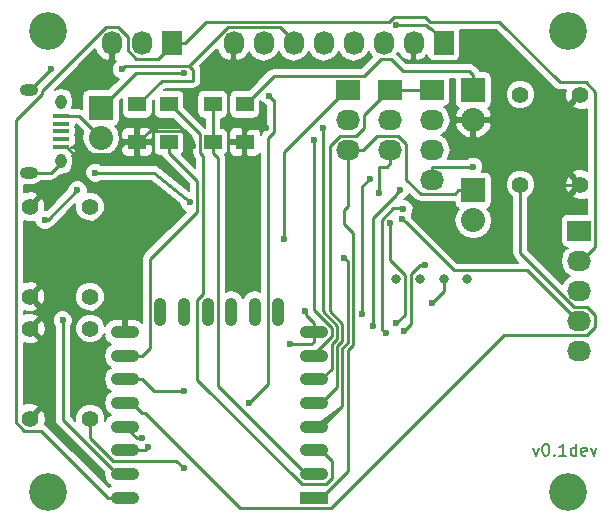
<source format=gtl>
G04 #@! TF.FileFunction,Copper,L1,Top,Signal*
%FSLAX46Y46*%
G04 Gerber Fmt 4.6, Leading zero omitted, Abs format (unit mm)*
G04 Created by KiCad (PCBNEW 4.0.3-1.fc24-product) date Tue Nov  1 15:00:33 2016*
%MOMM*%
%LPD*%
G01*
G04 APERTURE LIST*
%ADD10C,0.100000*%
%ADD11C,0.200000*%
%ADD12R,2.032000X2.032000*%
%ADD13O,2.032000X2.032000*%
%ADD14R,1.350000X0.400000*%
%ADD15O,0.950000X1.250000*%
%ADD16O,1.550000X1.000000*%
%ADD17R,1.727200X2.032000*%
%ADD18O,1.727200X2.032000*%
%ADD19R,2.032000X1.727200*%
%ADD20O,2.032000X1.727200*%
%ADD21R,1.500000X1.300000*%
%ADD22C,1.397000*%
%ADD23O,1.100000X2.400000*%
%ADD24R,2.400000X1.100000*%
%ADD25O,2.400000X1.100000*%
%ADD26C,0.800000*%
%ADD27C,3.200000*%
%ADD28C,0.600000*%
%ADD29C,0.250000*%
G04 APERTURE END LIST*
D10*
D11*
X83559524Y-69285714D02*
X83797619Y-69952381D01*
X84035715Y-69285714D01*
X84607143Y-68952381D02*
X84702382Y-68952381D01*
X84797620Y-69000000D01*
X84845239Y-69047619D01*
X84892858Y-69142857D01*
X84940477Y-69333333D01*
X84940477Y-69571429D01*
X84892858Y-69761905D01*
X84845239Y-69857143D01*
X84797620Y-69904762D01*
X84702382Y-69952381D01*
X84607143Y-69952381D01*
X84511905Y-69904762D01*
X84464286Y-69857143D01*
X84416667Y-69761905D01*
X84369048Y-69571429D01*
X84369048Y-69333333D01*
X84416667Y-69142857D01*
X84464286Y-69047619D01*
X84511905Y-69000000D01*
X84607143Y-68952381D01*
X85369048Y-69857143D02*
X85416667Y-69904762D01*
X85369048Y-69952381D01*
X85321429Y-69904762D01*
X85369048Y-69857143D01*
X85369048Y-69952381D01*
X86369048Y-69952381D02*
X85797619Y-69952381D01*
X86083333Y-69952381D02*
X86083333Y-68952381D01*
X85988095Y-69095238D01*
X85892857Y-69190476D01*
X85797619Y-69238095D01*
X87226191Y-69952381D02*
X87226191Y-68952381D01*
X87226191Y-69904762D02*
X87130953Y-69952381D01*
X86940476Y-69952381D01*
X86845238Y-69904762D01*
X86797619Y-69857143D01*
X86750000Y-69761905D01*
X86750000Y-69476190D01*
X86797619Y-69380952D01*
X86845238Y-69333333D01*
X86940476Y-69285714D01*
X87130953Y-69285714D01*
X87226191Y-69333333D01*
X88083334Y-69904762D02*
X87988096Y-69952381D01*
X87797619Y-69952381D01*
X87702381Y-69904762D01*
X87654762Y-69809524D01*
X87654762Y-69428571D01*
X87702381Y-69333333D01*
X87797619Y-69285714D01*
X87988096Y-69285714D01*
X88083334Y-69333333D01*
X88130953Y-69428571D01*
X88130953Y-69523810D01*
X87654762Y-69619048D01*
X88464286Y-69285714D02*
X88702381Y-69952381D01*
X88940477Y-69285714D01*
D12*
X78500000Y-39000000D03*
D13*
X78500000Y-41540000D03*
D14*
X43600000Y-41199100D03*
X43600000Y-41849100D03*
X43600000Y-42499100D03*
X43600000Y-43149100D03*
X43600000Y-43799100D03*
D15*
X43600000Y-39999100D03*
X43600000Y-44999100D03*
D16*
X40900000Y-38999100D03*
X40900000Y-45999100D03*
D17*
X76000000Y-35000000D03*
D18*
X73460000Y-35000000D03*
X70920000Y-35000000D03*
X68380000Y-35000000D03*
X65840000Y-35000000D03*
X63300000Y-35000000D03*
X60760000Y-35000000D03*
X58220000Y-35000000D03*
D19*
X67900000Y-39000000D03*
D20*
X67900000Y-41540000D03*
X67900000Y-44080000D03*
D17*
X53000000Y-35000000D03*
D18*
X50460000Y-35000000D03*
X47920000Y-35000000D03*
D19*
X71500000Y-39000000D03*
D20*
X71500000Y-41540000D03*
X71500000Y-44080000D03*
D19*
X87500000Y-50920000D03*
D20*
X87500000Y-53460000D03*
X87500000Y-56000000D03*
X87500000Y-58540000D03*
X87500000Y-61080000D03*
D21*
X59150000Y-40200000D03*
X56450000Y-40200000D03*
X56450000Y-43400000D03*
X59150000Y-43400000D03*
X52750000Y-40200000D03*
X50050000Y-40200000D03*
X52750000Y-43400000D03*
X50050000Y-43400000D03*
D22*
X82500000Y-39380000D03*
X87580000Y-39380000D03*
X82500000Y-47000000D03*
X87580000Y-47000000D03*
X46040000Y-56500000D03*
X40960000Y-56500000D03*
X46040000Y-48880000D03*
X40960000Y-48880000D03*
X46080000Y-66810000D03*
X41000000Y-66810000D03*
X46080000Y-59190000D03*
X41000000Y-59190000D03*
D23*
X62010000Y-57750000D03*
X60010000Y-57750000D03*
X58010000Y-57750000D03*
X56010000Y-57750000D03*
X54010000Y-57750000D03*
X52010000Y-57750000D03*
D24*
X65000000Y-73500000D03*
D25*
X65000000Y-71500000D03*
X65000000Y-69500000D03*
X65000000Y-67500000D03*
X65000000Y-65500000D03*
X65000000Y-63500000D03*
X65000000Y-61500000D03*
X65000000Y-59500000D03*
X49000000Y-59500000D03*
X49000000Y-61500000D03*
X49000000Y-63500000D03*
X49000000Y-65500000D03*
X49000000Y-67500000D03*
X49000000Y-69500000D03*
X49000000Y-71500000D03*
X49000000Y-73500000D03*
D19*
X75000000Y-39000000D03*
D20*
X75000000Y-41540000D03*
X75000000Y-44080000D03*
X75000000Y-46620000D03*
D12*
X78500000Y-47500000D03*
D13*
X78500000Y-50040000D03*
D12*
X47000000Y-40500000D03*
D13*
X47000000Y-43040000D03*
D26*
X78000000Y-55000000D03*
X76000000Y-55000000D03*
X74000000Y-55000000D03*
X72000000Y-55000000D03*
D27*
X86500000Y-34000000D03*
X86500000Y-73000000D03*
X42500000Y-73000000D03*
X42500000Y-34000000D03*
D28*
X48750000Y-37250000D03*
X42250000Y-50000000D03*
X45000000Y-47500000D03*
X64300000Y-57725000D03*
X63000000Y-60500000D03*
X58925000Y-51225000D03*
X83000000Y-43750000D03*
X61000000Y-42250000D03*
X54749971Y-43750000D03*
X72499024Y-49900722D03*
X46500000Y-46000000D03*
X54500000Y-48500000D03*
X42750000Y-37250000D03*
X72000000Y-33500000D03*
X69075031Y-58000000D03*
X69724978Y-46500000D03*
X65750000Y-42250000D03*
X65000000Y-43250000D03*
X61250000Y-39500000D03*
X59500000Y-65500000D03*
X62500000Y-51625010D03*
X43750000Y-58500000D03*
X75000000Y-57000000D03*
X70500000Y-47750000D03*
X71500000Y-50250000D03*
X72000000Y-58750000D03*
X72268705Y-47499989D03*
X70000000Y-59000000D03*
X72599762Y-49107078D03*
X71085551Y-59585551D03*
X74387855Y-53825021D03*
X72625010Y-59403500D03*
X78500000Y-45500000D03*
X54000000Y-71000000D03*
X54000000Y-64500000D03*
X50500000Y-68500000D03*
X51000000Y-69250000D03*
X67566955Y-53183045D03*
X54013593Y-37575011D03*
D29*
X54799988Y-38200012D02*
X54799988Y-37313338D01*
X54799988Y-37313338D02*
X54436651Y-36950001D01*
X50050000Y-40200000D02*
X50150000Y-40200000D01*
X50150000Y-40200000D02*
X52149988Y-38200012D01*
X52149988Y-38200012D02*
X54799988Y-38200012D01*
X49049999Y-36950001D02*
X54436651Y-36950001D01*
X63300000Y-34847600D02*
X63300000Y-35000000D01*
X48750000Y-37250000D02*
X49049999Y-36950001D01*
X54436651Y-36950001D02*
X57727662Y-33658990D01*
X57727662Y-33658990D02*
X62111390Y-33658990D01*
X62111390Y-33658990D02*
X63300000Y-34847600D01*
X45000000Y-47500000D02*
X42500000Y-50000000D01*
X42500000Y-50000000D02*
X42250000Y-50000000D01*
X65000000Y-58700000D02*
X64374990Y-58074990D01*
X65000000Y-59500000D02*
X65000000Y-58700000D01*
X64374990Y-58074990D02*
X64300000Y-57725000D01*
X63000000Y-60500000D02*
X64800000Y-60500000D01*
X64800000Y-60500000D02*
X65000000Y-60300000D01*
X65000000Y-60300000D02*
X65000000Y-59500000D01*
X83000000Y-43750000D02*
X86250000Y-47000000D01*
X86250000Y-47000000D02*
X87580000Y-47000000D01*
X87347600Y-56000000D02*
X87500000Y-56000000D01*
X61000000Y-42250000D02*
X59400000Y-42250000D01*
X59400000Y-42250000D02*
X59150000Y-42500000D01*
X59150000Y-42500000D02*
X59150000Y-43400000D01*
X54749971Y-43750000D02*
X54749971Y-43325736D01*
X54749971Y-43325736D02*
X53849234Y-42424999D01*
X53849234Y-42424999D02*
X51125001Y-42424999D01*
X51125001Y-42424999D02*
X50150000Y-43400000D01*
X50150000Y-43400000D02*
X50050000Y-43400000D01*
X43600000Y-43799100D02*
X44075000Y-43799100D01*
X44075000Y-43799100D02*
X44656901Y-44381001D01*
X44656901Y-44381001D02*
X48068999Y-44381001D01*
X48068999Y-44381001D02*
X49050000Y-43400000D01*
X49050000Y-43400000D02*
X50050000Y-43400000D01*
X47000000Y-43040000D02*
X45159100Y-41199100D01*
X45159100Y-41199100D02*
X43600000Y-41199100D01*
X72799023Y-50200721D02*
X72499024Y-49900722D01*
X76873301Y-54274999D02*
X72799023Y-50200721D01*
X87500000Y-58540000D02*
X87347600Y-58540000D01*
X83082599Y-54274999D02*
X76873301Y-54274999D01*
X87347600Y-58540000D02*
X83082599Y-54274999D01*
X54500000Y-48500000D02*
X51500000Y-46000000D01*
X51500000Y-46000000D02*
X46500000Y-46000000D01*
X46290000Y-42790000D02*
X47000000Y-43040000D01*
X78500000Y-37734000D02*
X78500000Y-39000000D01*
X78127388Y-37361388D02*
X78500000Y-37734000D01*
X71550002Y-36374998D02*
X72536392Y-37361388D01*
X61638601Y-37811399D02*
X69263597Y-37811399D01*
X70699998Y-36374998D02*
X71550002Y-36374998D01*
X69263597Y-37811399D02*
X70699998Y-36374998D01*
X59150000Y-40200000D02*
X59250000Y-40200000D01*
X72536392Y-37361388D02*
X78127388Y-37361388D01*
X59250000Y-40200000D02*
X61638601Y-37811399D01*
X42750000Y-37250000D02*
X41000900Y-38999100D01*
X41000900Y-38999100D02*
X40900000Y-38999100D01*
X40900000Y-45999100D02*
X42750000Y-45999100D01*
X42750000Y-45999100D02*
X43600000Y-45149100D01*
X43600000Y-45149100D02*
X43600000Y-44999100D01*
X72000000Y-33500000D02*
X74500000Y-33500000D01*
X74500000Y-33500000D02*
X74734000Y-33734000D01*
X74734000Y-33734000D02*
X74886400Y-33734000D01*
X76000000Y-34847600D02*
X76000000Y-35000000D01*
X74886400Y-33734000D02*
X76000000Y-34847600D01*
X67900000Y-41540000D02*
X68052400Y-41540000D01*
X69075031Y-47149947D02*
X69075031Y-58000000D01*
X69724978Y-46500000D02*
X69075031Y-47149947D01*
X65750000Y-57726138D02*
X65750000Y-42674264D01*
X66975021Y-60048841D02*
X66975021Y-58951159D01*
X65000000Y-63500000D02*
X65650000Y-63500000D01*
X66525008Y-62624992D02*
X66525008Y-60498853D01*
X66525008Y-60498853D02*
X66975021Y-60048841D01*
X65650000Y-63500000D02*
X66525008Y-62624992D01*
X66975021Y-58951159D02*
X65750000Y-57726138D01*
X65750000Y-42674264D02*
X65750000Y-42250000D01*
X66525010Y-59137559D02*
X65000000Y-57612549D01*
X66525010Y-59862441D02*
X66525010Y-59137559D01*
X65000000Y-43674264D02*
X65000000Y-43250000D01*
X65000000Y-57612549D02*
X65000000Y-43674264D01*
X65000000Y-61387451D02*
X66525010Y-59862441D01*
X65000000Y-61500000D02*
X65000000Y-61387451D01*
X61549999Y-39799999D02*
X61250000Y-39500000D01*
X61625001Y-39875001D02*
X61549999Y-39799999D01*
X61625001Y-42550001D02*
X61625001Y-39875001D01*
X61134990Y-43040012D02*
X61625001Y-42550001D01*
X61134990Y-63865010D02*
X61134990Y-43040012D01*
X59500000Y-65500000D02*
X61134990Y-63865010D01*
X62500000Y-44247600D02*
X62500000Y-51200746D01*
X67900000Y-39000000D02*
X67747600Y-39000000D01*
X62500000Y-51200746D02*
X62500000Y-51625010D01*
X67747600Y-39000000D02*
X62500000Y-44247600D01*
X68325054Y-60608041D02*
X68325054Y-51097875D01*
X67599980Y-49127199D02*
X67900000Y-48827179D01*
X67900000Y-61033094D02*
X68325054Y-60608041D01*
X68325054Y-51097875D02*
X67599980Y-50372801D01*
X65650000Y-73500000D02*
X67900000Y-71250000D01*
X65000000Y-73500000D02*
X65650000Y-73500000D01*
X67599980Y-50372801D02*
X67599980Y-49127199D01*
X67900000Y-71250000D02*
X67900000Y-61033094D01*
X67900000Y-45193600D02*
X67900000Y-44080000D01*
X67900000Y-48827179D02*
X67900000Y-45193600D01*
X72144738Y-42891390D02*
X70354610Y-42891390D01*
X72841010Y-43587662D02*
X72144738Y-42891390D01*
X76925390Y-47808610D02*
X74072218Y-47808610D01*
X70354610Y-42891390D02*
X69166000Y-44080000D01*
X77234000Y-47500000D02*
X76925390Y-47808610D01*
X78500000Y-47500000D02*
X77234000Y-47500000D01*
X69166000Y-44080000D02*
X67900000Y-44080000D01*
X74072218Y-47808610D02*
X72841010Y-46577402D01*
X72841010Y-46577402D02*
X72841010Y-43587662D01*
X88071281Y-38356499D02*
X88841001Y-39126219D01*
X88841001Y-39126219D02*
X88841001Y-52271399D01*
X88841001Y-52271399D02*
X87652400Y-53460000D01*
X87652400Y-53460000D02*
X87500000Y-53460000D01*
X85856499Y-38356499D02*
X88071281Y-38356499D01*
X71775007Y-32799991D02*
X74436402Y-32799991D01*
X74436402Y-32799991D02*
X74845392Y-33208981D01*
X74845392Y-33208981D02*
X80708981Y-33208981D01*
X80708981Y-33208981D02*
X85856499Y-38356499D01*
X53000000Y-35000000D02*
X54113600Y-35000000D01*
X54113600Y-35000000D02*
X55904619Y-33208981D01*
X55904619Y-33208981D02*
X71366017Y-33208981D01*
X71366017Y-33208981D02*
X71775007Y-32799991D01*
X49000000Y-73500000D02*
X47550000Y-73500000D01*
X42000010Y-39340830D02*
X42000010Y-39086642D01*
X49967662Y-36341010D02*
X51811390Y-36341010D01*
X47550000Y-73500000D02*
X41883501Y-67833501D01*
X39799990Y-67124772D02*
X39799990Y-41540850D01*
X41883501Y-67833501D02*
X40508719Y-67833501D01*
X47427662Y-33658990D02*
X48412338Y-33658990D01*
X49271390Y-34518042D02*
X49271390Y-35644738D01*
X40508719Y-67833501D02*
X39799990Y-67124772D01*
X42000010Y-39086642D02*
X47427662Y-33658990D01*
X39799990Y-41540850D02*
X42000010Y-39340830D01*
X48412338Y-33658990D02*
X49271390Y-34518042D01*
X49271390Y-35644738D02*
X49967662Y-36341010D01*
X51811390Y-36341010D02*
X53000000Y-35152400D01*
X53000000Y-35152400D02*
X53000000Y-35000000D01*
X49000000Y-71500000D02*
X48350000Y-71500000D01*
X48350000Y-71500000D02*
X43750000Y-66900000D01*
X43750000Y-66900000D02*
X43750000Y-58500000D01*
X67425032Y-60235241D02*
X67425032Y-58764759D01*
X68544738Y-42891390D02*
X69241010Y-42195118D01*
X67425032Y-58764759D02*
X66374999Y-57714726D01*
X66975019Y-60685253D02*
X67425032Y-60235241D01*
X69241010Y-41106590D02*
X71347600Y-39000000D01*
X65650000Y-65500000D02*
X66975019Y-64174981D01*
X66975019Y-64174981D02*
X66975019Y-60685253D01*
X66374999Y-57714726D02*
X66374999Y-43771653D01*
X69241010Y-42195118D02*
X69241010Y-41106590D01*
X67255262Y-42891390D02*
X68544738Y-42891390D01*
X66374999Y-43771653D02*
X67255262Y-42891390D01*
X71347600Y-39000000D02*
X71500000Y-39000000D01*
X65000000Y-65500000D02*
X65650000Y-65500000D01*
X71500000Y-39000000D02*
X75000000Y-39000000D01*
X76000000Y-55000000D02*
X76000000Y-56000000D01*
X76000000Y-56000000D02*
X75000000Y-57000000D01*
X70500000Y-45500000D02*
X71193600Y-45500000D01*
X71193600Y-45500000D02*
X71500000Y-45193600D01*
X71500000Y-45193600D02*
X71500000Y-44080000D01*
X70500000Y-47750000D02*
X70500000Y-45500000D01*
X71500000Y-53426998D02*
X71500000Y-50250000D01*
X72725001Y-58024999D02*
X72725001Y-54651999D01*
X72000000Y-58750000D02*
X72725001Y-58024999D01*
X72725001Y-54651999D02*
X71500000Y-53426998D01*
X56450000Y-43400000D02*
X56450000Y-42500000D01*
X56450000Y-42500000D02*
X56450000Y-40200000D01*
X65000000Y-71500000D02*
X64350000Y-71500000D01*
X64350000Y-71500000D02*
X56885010Y-64035010D01*
X56885010Y-64035010D02*
X56885010Y-44735010D01*
X56450000Y-44300000D02*
X56450000Y-43400000D01*
X56885010Y-44735010D02*
X56450000Y-44300000D01*
X71968706Y-47842707D02*
X71968706Y-47799988D01*
X70000000Y-49811413D02*
X71968706Y-47842707D01*
X71968706Y-47799988D02*
X72268705Y-47499989D01*
X70000000Y-59000000D02*
X70000000Y-49811413D01*
X71750000Y-48999989D02*
X72492673Y-48999989D01*
X72492673Y-48999989D02*
X72599762Y-49107078D01*
X70785552Y-59285552D02*
X70785552Y-49964437D01*
X71085551Y-59585551D02*
X70785552Y-59285552D01*
X70785552Y-49964437D02*
X71750000Y-48999989D01*
X73963591Y-53825021D02*
X74387855Y-53825021D01*
X72625010Y-59403500D02*
X73250000Y-58778510D01*
X73250000Y-58778510D02*
X73250000Y-54538612D01*
X73250000Y-54538612D02*
X73963591Y-53825021D01*
X78500000Y-45500000D02*
X75006400Y-45500000D01*
X75006400Y-45500000D02*
X75000000Y-45506400D01*
X75000000Y-45506400D02*
X75000000Y-46620000D01*
X82500000Y-52833348D02*
X82500000Y-47987828D01*
X88841010Y-58047662D02*
X88144738Y-57351390D01*
X81106392Y-59728610D02*
X88144738Y-59728610D01*
X88144738Y-57351390D02*
X87018042Y-57351390D01*
X66460001Y-74375001D02*
X81106392Y-59728610D01*
X58800003Y-74375001D02*
X66460001Y-74375001D01*
X88144738Y-59728610D02*
X88841010Y-59032338D01*
X50725002Y-66300000D02*
X58800003Y-74375001D01*
X49650000Y-65500000D02*
X50450000Y-66300000D01*
X87018042Y-57351390D02*
X82500000Y-52833348D01*
X88841010Y-59032338D02*
X88841010Y-58047662D01*
X50450000Y-66300000D02*
X50725002Y-66300000D01*
X82500000Y-47987828D02*
X82500000Y-47000000D01*
X49000000Y-65500000D02*
X49650000Y-65500000D01*
X54000000Y-71000000D02*
X53375010Y-70375010D01*
X53375010Y-70375010D02*
X47987559Y-70375010D01*
X47987559Y-70375010D02*
X46080000Y-68467451D01*
X46080000Y-68467451D02*
X46080000Y-67797828D01*
X46080000Y-67797828D02*
X46080000Y-66810000D01*
X52850000Y-40200000D02*
X52750000Y-40200000D01*
X55374999Y-44310001D02*
X55374999Y-42724999D01*
X55647559Y-44582561D02*
X55374999Y-44310001D01*
X55647559Y-56224990D02*
X55647559Y-44582561D01*
X55134990Y-63522441D02*
X55134990Y-56737559D01*
X66012441Y-72375010D02*
X63987559Y-72375010D01*
X65000000Y-69500000D02*
X65650000Y-69500000D01*
X66525010Y-71862441D02*
X66012441Y-72375010D01*
X55374999Y-42724999D02*
X52850000Y-40200000D01*
X66525010Y-70375010D02*
X66525010Y-71862441D01*
X65650000Y-69500000D02*
X66525010Y-70375010D01*
X63987559Y-72375010D02*
X55134990Y-63522441D01*
X55134990Y-56737559D02*
X55647559Y-56224990D01*
X49000000Y-61500000D02*
X50450000Y-61500000D01*
X50450000Y-61500000D02*
X51134990Y-60815010D01*
X51134990Y-53290012D02*
X55125001Y-49300001D01*
X55125001Y-49300001D02*
X55125001Y-46675001D01*
X51134990Y-60815010D02*
X51134990Y-53290012D01*
X55125001Y-46675001D02*
X52750000Y-44300000D01*
X52750000Y-44300000D02*
X52750000Y-43400000D01*
X51500000Y-64500000D02*
X50500000Y-63500000D01*
X50500000Y-63500000D02*
X49000000Y-63500000D01*
X54000000Y-64500000D02*
X51500000Y-64500000D01*
X49000000Y-63500000D02*
X49650000Y-63500000D01*
X50500000Y-68500000D02*
X50000000Y-68500000D01*
X50000000Y-68500000D02*
X49000000Y-67500000D01*
X49000000Y-69500000D02*
X50750000Y-69500000D01*
X50750000Y-69500000D02*
X51000000Y-69250000D01*
X67866954Y-53483044D02*
X67566955Y-53183045D01*
X67875043Y-53491133D02*
X67866954Y-53483044D01*
X67425030Y-65724970D02*
X67425030Y-60871653D01*
X67875043Y-60421641D02*
X67875043Y-53491133D01*
X67425030Y-60871653D02*
X67875043Y-60421641D01*
X65000000Y-67500000D02*
X65650000Y-67500000D01*
X65650000Y-67500000D02*
X67425030Y-65724970D01*
X67425030Y-65724970D02*
X65000000Y-67500000D01*
X53589329Y-37575011D02*
X54013593Y-37575011D01*
X49924989Y-37575011D02*
X53589329Y-37575011D01*
X47000000Y-40500000D02*
X49924989Y-37575011D01*
D11*
G36*
X48739225Y-40850000D02*
X48777576Y-41053818D01*
X48898032Y-41241012D01*
X49081827Y-41366594D01*
X49300000Y-41410775D01*
X50800000Y-41410775D01*
X51003818Y-41372424D01*
X51191012Y-41251968D01*
X51316594Y-41068173D01*
X51360775Y-40850000D01*
X51360775Y-39943819D01*
X51439225Y-39865369D01*
X51439225Y-40850000D01*
X51477576Y-41053818D01*
X51598032Y-41241012D01*
X51781827Y-41366594D01*
X52000000Y-41410775D01*
X53106181Y-41410775D01*
X54699999Y-43004593D01*
X54699999Y-44310001D01*
X54751380Y-44568313D01*
X54897702Y-44787298D01*
X54972559Y-44862155D01*
X54972559Y-45567965D01*
X53870050Y-44465456D01*
X53891012Y-44451968D01*
X54016594Y-44268173D01*
X54060775Y-44050000D01*
X54060775Y-42750000D01*
X54022424Y-42546182D01*
X53901968Y-42358988D01*
X53718173Y-42233406D01*
X53500000Y-42189225D01*
X52000000Y-42189225D01*
X51796182Y-42227576D01*
X51608988Y-42348032D01*
X51483406Y-42531827D01*
X51439225Y-42750000D01*
X51439225Y-44050000D01*
X51477576Y-44253818D01*
X51598032Y-44441012D01*
X51781827Y-44566594D01*
X52000000Y-44610775D01*
X52161436Y-44610775D01*
X52272703Y-44777297D01*
X54450001Y-46954595D01*
X54450001Y-47579681D01*
X51932124Y-45481451D01*
X51842838Y-45432860D01*
X51758311Y-45376381D01*
X51727966Y-45370345D01*
X51700791Y-45355556D01*
X51599703Y-45344832D01*
X51500000Y-45325000D01*
X47027210Y-45325000D01*
X46982115Y-45279826D01*
X46669817Y-45150148D01*
X46331666Y-45149853D01*
X46019143Y-45278985D01*
X45779826Y-45517885D01*
X45650148Y-45830183D01*
X45649853Y-46168334D01*
X45778985Y-46480857D01*
X46017885Y-46720174D01*
X46330183Y-46849852D01*
X46668334Y-46850147D01*
X46980857Y-46721015D01*
X47026952Y-46675000D01*
X51255617Y-46675000D01*
X53651027Y-48671175D01*
X53778985Y-48980857D01*
X54017885Y-49220174D01*
X54182062Y-49288346D01*
X50657693Y-52812715D01*
X50511371Y-53031700D01*
X50477559Y-53201688D01*
X50459990Y-53290012D01*
X50459990Y-58686541D01*
X50235425Y-58489081D01*
X49804000Y-58342000D01*
X49154000Y-58342000D01*
X49154000Y-59346000D01*
X49174000Y-59346000D01*
X49174000Y-59654000D01*
X49154000Y-59654000D01*
X49154000Y-59674000D01*
X48846000Y-59674000D01*
X48846000Y-59654000D01*
X48826000Y-59654000D01*
X48826000Y-59346000D01*
X48846000Y-59346000D01*
X48846000Y-58342000D01*
X48196000Y-58342000D01*
X47764575Y-58489081D01*
X47422276Y-58790065D01*
X47328680Y-58984852D01*
X47328717Y-58942747D01*
X47139044Y-58483705D01*
X46788142Y-58132190D01*
X46329432Y-57941717D01*
X45832747Y-57941283D01*
X45373705Y-58130956D01*
X45022190Y-58481858D01*
X44831717Y-58940568D01*
X44831283Y-59437253D01*
X45020956Y-59896295D01*
X45371858Y-60247810D01*
X45830568Y-60438283D01*
X46327253Y-60438717D01*
X46786295Y-60249044D01*
X47137810Y-59898142D01*
X47239186Y-59654002D01*
X47355856Y-59654002D01*
X47240507Y-59831646D01*
X47422276Y-60209935D01*
X47764575Y-60510919D01*
X47823839Y-60531123D01*
X47537898Y-60722183D01*
X47299448Y-61079048D01*
X47215715Y-61500000D01*
X47299448Y-61920952D01*
X47537898Y-62277817D01*
X47870418Y-62500000D01*
X47537898Y-62722183D01*
X47299448Y-63079048D01*
X47215715Y-63500000D01*
X47299448Y-63920952D01*
X47537898Y-64277817D01*
X47870418Y-64500000D01*
X47537898Y-64722183D01*
X47299448Y-65079048D01*
X47215715Y-65500000D01*
X47299448Y-65920952D01*
X47537898Y-66277817D01*
X47870418Y-66500000D01*
X47537898Y-66722183D01*
X47328304Y-67035863D01*
X47328717Y-66562747D01*
X47139044Y-66103705D01*
X46788142Y-65752190D01*
X46329432Y-65561717D01*
X45832747Y-65561283D01*
X45373705Y-65750956D01*
X45022190Y-66101858D01*
X44831717Y-66560568D01*
X44831310Y-67026716D01*
X44425000Y-66620406D01*
X44425000Y-59027210D01*
X44470174Y-58982115D01*
X44599852Y-58669817D01*
X44600147Y-58331666D01*
X44471015Y-58019143D01*
X44232115Y-57779826D01*
X43919817Y-57650148D01*
X43581666Y-57649853D01*
X43269143Y-57778985D01*
X43029826Y-58017885D01*
X42900148Y-58330183D01*
X42899853Y-58668334D01*
X43028985Y-58980857D01*
X43075000Y-59026952D01*
X43075000Y-66900000D01*
X43126381Y-67158312D01*
X43272703Y-67377297D01*
X47245528Y-71350122D01*
X47215715Y-71500000D01*
X47299448Y-71920952D01*
X47537898Y-72277817D01*
X47870418Y-72500000D01*
X47651123Y-72646529D01*
X42360798Y-67356204D01*
X42225523Y-67265815D01*
X42322556Y-66969141D01*
X42282783Y-66450908D01*
X42160981Y-66156852D01*
X41936213Y-66091576D01*
X41217789Y-66810000D01*
X41231931Y-66824142D01*
X41014142Y-67041931D01*
X41000000Y-67027789D01*
X40985858Y-67041931D01*
X40768069Y-66824142D01*
X40782211Y-66810000D01*
X40768069Y-66795858D01*
X40985858Y-66578069D01*
X41000000Y-66592211D01*
X41718424Y-65873787D01*
X41653148Y-65649019D01*
X41159141Y-65487444D01*
X40640908Y-65527217D01*
X40474990Y-65595942D01*
X40474990Y-60392891D01*
X40840859Y-60512556D01*
X41359092Y-60472783D01*
X41653148Y-60350981D01*
X41718424Y-60126213D01*
X41000000Y-59407789D01*
X40985858Y-59421931D01*
X40768069Y-59204142D01*
X40782211Y-59190000D01*
X41217789Y-59190000D01*
X41936213Y-59908424D01*
X42160981Y-59843148D01*
X42322556Y-59349141D01*
X42282783Y-58830908D01*
X42160981Y-58536852D01*
X41936213Y-58471576D01*
X41217789Y-59190000D01*
X40782211Y-59190000D01*
X40768069Y-59175858D01*
X40985858Y-58958069D01*
X41000000Y-58972211D01*
X41718424Y-58253787D01*
X41653148Y-58029019D01*
X41159141Y-57867444D01*
X40640908Y-57907217D01*
X40474990Y-57975942D01*
X40474990Y-57715974D01*
X40800859Y-57822556D01*
X41319092Y-57782783D01*
X41613148Y-57660981D01*
X41678424Y-57436213D01*
X40960000Y-56717789D01*
X40945858Y-56731931D01*
X40728069Y-56514142D01*
X40742211Y-56500000D01*
X41177789Y-56500000D01*
X41896213Y-57218424D01*
X42120981Y-57153148D01*
X42253737Y-56747253D01*
X44791283Y-56747253D01*
X44980956Y-57206295D01*
X45331858Y-57557810D01*
X45790568Y-57748283D01*
X46287253Y-57748717D01*
X46746295Y-57559044D01*
X47097810Y-57208142D01*
X47288283Y-56749432D01*
X47288717Y-56252747D01*
X47099044Y-55793705D01*
X46748142Y-55442190D01*
X46289432Y-55251717D01*
X45792747Y-55251283D01*
X45333705Y-55440956D01*
X44982190Y-55791858D01*
X44791717Y-56250568D01*
X44791283Y-56747253D01*
X42253737Y-56747253D01*
X42282556Y-56659141D01*
X42242783Y-56140908D01*
X42120981Y-55846852D01*
X41896213Y-55781576D01*
X41177789Y-56500000D01*
X40742211Y-56500000D01*
X40728069Y-56485858D01*
X40945858Y-56268069D01*
X40960000Y-56282211D01*
X41678424Y-55563787D01*
X41613148Y-55339019D01*
X41119141Y-55177444D01*
X40600908Y-55217217D01*
X40474990Y-55269374D01*
X40474990Y-50095974D01*
X40800859Y-50202556D01*
X41319092Y-50162783D01*
X41399887Y-50129317D01*
X41399853Y-50168334D01*
X41528985Y-50480857D01*
X41767885Y-50720174D01*
X42080183Y-50849852D01*
X42418334Y-50850147D01*
X42730857Y-50721015D01*
X42970174Y-50482115D01*
X42970208Y-50482034D01*
X42977297Y-50477297D01*
X44791689Y-48662905D01*
X44791283Y-49127253D01*
X44980956Y-49586295D01*
X45331858Y-49937810D01*
X45790568Y-50128283D01*
X46287253Y-50128717D01*
X46746295Y-49939044D01*
X47097810Y-49588142D01*
X47288283Y-49129432D01*
X47288717Y-48632747D01*
X47099044Y-48173705D01*
X46748142Y-47822190D01*
X46289432Y-47631717D01*
X45849886Y-47631333D01*
X45850147Y-47331666D01*
X45721015Y-47019143D01*
X45482115Y-46779826D01*
X45169817Y-46650148D01*
X44831666Y-46649853D01*
X44519143Y-46778985D01*
X44279826Y-47017885D01*
X44150148Y-47330183D01*
X44150091Y-47395315D01*
X42395279Y-49150127D01*
X42246298Y-49149997D01*
X42282556Y-49039141D01*
X42242783Y-48520908D01*
X42120981Y-48226852D01*
X41896213Y-48161576D01*
X41177789Y-48880000D01*
X41191931Y-48894142D01*
X40974142Y-49111931D01*
X40960000Y-49097789D01*
X40945858Y-49111931D01*
X40728069Y-48894142D01*
X40742211Y-48880000D01*
X40728069Y-48865858D01*
X40945858Y-48648069D01*
X40960000Y-48662211D01*
X41678424Y-47943787D01*
X41613148Y-47719019D01*
X41119141Y-47557444D01*
X40600908Y-47597217D01*
X40474990Y-47649374D01*
X40474990Y-47024425D01*
X40599042Y-47049100D01*
X41200958Y-47049100D01*
X41602776Y-46969174D01*
X41943420Y-46741562D01*
X41988497Y-46674100D01*
X42750000Y-46674100D01*
X43008312Y-46622719D01*
X43227297Y-46476397D01*
X43522074Y-46181620D01*
X43600000Y-46197120D01*
X43992251Y-46119097D01*
X44324784Y-45896904D01*
X44546977Y-45564371D01*
X44625000Y-45172120D01*
X44625000Y-44826080D01*
X44567322Y-44536111D01*
X44619405Y-44514537D01*
X44790438Y-44343504D01*
X44883000Y-44120038D01*
X44883000Y-44051100D01*
X44731000Y-43899100D01*
X44332264Y-43899100D01*
X44478818Y-43871524D01*
X44666012Y-43751068D01*
X44701520Y-43699100D01*
X44731000Y-43699100D01*
X44883000Y-43547100D01*
X44883000Y-43478162D01*
X44833728Y-43359208D01*
X44835775Y-43349100D01*
X44835775Y-42949100D01*
X44811391Y-42819511D01*
X44835775Y-42699100D01*
X44835775Y-42299100D01*
X44811391Y-42169511D01*
X44835775Y-42049100D01*
X44835775Y-41874100D01*
X44879506Y-41874100D01*
X45509849Y-42504443D01*
X45403320Y-43040000D01*
X45522525Y-43639282D01*
X45861991Y-44147329D01*
X46370038Y-44486795D01*
X46969320Y-44606000D01*
X47030680Y-44606000D01*
X47629962Y-44486795D01*
X48138009Y-44147329D01*
X48432895Y-43706000D01*
X48692000Y-43706000D01*
X48692000Y-44170938D01*
X48784562Y-44394404D01*
X48955595Y-44565437D01*
X49179061Y-44658000D01*
X49744000Y-44658000D01*
X49896000Y-44506000D01*
X49896000Y-43554000D01*
X50204000Y-43554000D01*
X50204000Y-44506000D01*
X50356000Y-44658000D01*
X50920939Y-44658000D01*
X51144405Y-44565437D01*
X51315438Y-44394404D01*
X51408000Y-44170938D01*
X51408000Y-43706000D01*
X51256000Y-43554000D01*
X50204000Y-43554000D01*
X49896000Y-43554000D01*
X48844000Y-43554000D01*
X48692000Y-43706000D01*
X48432895Y-43706000D01*
X48477475Y-43639282D01*
X48596680Y-43040000D01*
X48514940Y-42629062D01*
X48692000Y-42629062D01*
X48692000Y-43094000D01*
X48844000Y-43246000D01*
X49896000Y-43246000D01*
X49896000Y-42294000D01*
X50204000Y-42294000D01*
X50204000Y-43246000D01*
X51256000Y-43246000D01*
X51408000Y-43094000D01*
X51408000Y-42629062D01*
X51315438Y-42405596D01*
X51144405Y-42234563D01*
X50920939Y-42142000D01*
X50356000Y-42142000D01*
X50204000Y-42294000D01*
X49896000Y-42294000D01*
X49744000Y-42142000D01*
X49179061Y-42142000D01*
X48955595Y-42234563D01*
X48784562Y-42405596D01*
X48692000Y-42629062D01*
X48514940Y-42629062D01*
X48477475Y-42440718D01*
X48209916Y-42040287D01*
X48219818Y-42038424D01*
X48407012Y-41917968D01*
X48532594Y-41734173D01*
X48576775Y-41516000D01*
X48576775Y-39877819D01*
X48739225Y-39715369D01*
X48739225Y-40850000D01*
X48739225Y-40850000D01*
G37*
X48739225Y-40850000D02*
X48777576Y-41053818D01*
X48898032Y-41241012D01*
X49081827Y-41366594D01*
X49300000Y-41410775D01*
X50800000Y-41410775D01*
X51003818Y-41372424D01*
X51191012Y-41251968D01*
X51316594Y-41068173D01*
X51360775Y-40850000D01*
X51360775Y-39943819D01*
X51439225Y-39865369D01*
X51439225Y-40850000D01*
X51477576Y-41053818D01*
X51598032Y-41241012D01*
X51781827Y-41366594D01*
X52000000Y-41410775D01*
X53106181Y-41410775D01*
X54699999Y-43004593D01*
X54699999Y-44310001D01*
X54751380Y-44568313D01*
X54897702Y-44787298D01*
X54972559Y-44862155D01*
X54972559Y-45567965D01*
X53870050Y-44465456D01*
X53891012Y-44451968D01*
X54016594Y-44268173D01*
X54060775Y-44050000D01*
X54060775Y-42750000D01*
X54022424Y-42546182D01*
X53901968Y-42358988D01*
X53718173Y-42233406D01*
X53500000Y-42189225D01*
X52000000Y-42189225D01*
X51796182Y-42227576D01*
X51608988Y-42348032D01*
X51483406Y-42531827D01*
X51439225Y-42750000D01*
X51439225Y-44050000D01*
X51477576Y-44253818D01*
X51598032Y-44441012D01*
X51781827Y-44566594D01*
X52000000Y-44610775D01*
X52161436Y-44610775D01*
X52272703Y-44777297D01*
X54450001Y-46954595D01*
X54450001Y-47579681D01*
X51932124Y-45481451D01*
X51842838Y-45432860D01*
X51758311Y-45376381D01*
X51727966Y-45370345D01*
X51700791Y-45355556D01*
X51599703Y-45344832D01*
X51500000Y-45325000D01*
X47027210Y-45325000D01*
X46982115Y-45279826D01*
X46669817Y-45150148D01*
X46331666Y-45149853D01*
X46019143Y-45278985D01*
X45779826Y-45517885D01*
X45650148Y-45830183D01*
X45649853Y-46168334D01*
X45778985Y-46480857D01*
X46017885Y-46720174D01*
X46330183Y-46849852D01*
X46668334Y-46850147D01*
X46980857Y-46721015D01*
X47026952Y-46675000D01*
X51255617Y-46675000D01*
X53651027Y-48671175D01*
X53778985Y-48980857D01*
X54017885Y-49220174D01*
X54182062Y-49288346D01*
X50657693Y-52812715D01*
X50511371Y-53031700D01*
X50477559Y-53201688D01*
X50459990Y-53290012D01*
X50459990Y-58686541D01*
X50235425Y-58489081D01*
X49804000Y-58342000D01*
X49154000Y-58342000D01*
X49154000Y-59346000D01*
X49174000Y-59346000D01*
X49174000Y-59654000D01*
X49154000Y-59654000D01*
X49154000Y-59674000D01*
X48846000Y-59674000D01*
X48846000Y-59654000D01*
X48826000Y-59654000D01*
X48826000Y-59346000D01*
X48846000Y-59346000D01*
X48846000Y-58342000D01*
X48196000Y-58342000D01*
X47764575Y-58489081D01*
X47422276Y-58790065D01*
X47328680Y-58984852D01*
X47328717Y-58942747D01*
X47139044Y-58483705D01*
X46788142Y-58132190D01*
X46329432Y-57941717D01*
X45832747Y-57941283D01*
X45373705Y-58130956D01*
X45022190Y-58481858D01*
X44831717Y-58940568D01*
X44831283Y-59437253D01*
X45020956Y-59896295D01*
X45371858Y-60247810D01*
X45830568Y-60438283D01*
X46327253Y-60438717D01*
X46786295Y-60249044D01*
X47137810Y-59898142D01*
X47239186Y-59654002D01*
X47355856Y-59654002D01*
X47240507Y-59831646D01*
X47422276Y-60209935D01*
X47764575Y-60510919D01*
X47823839Y-60531123D01*
X47537898Y-60722183D01*
X47299448Y-61079048D01*
X47215715Y-61500000D01*
X47299448Y-61920952D01*
X47537898Y-62277817D01*
X47870418Y-62500000D01*
X47537898Y-62722183D01*
X47299448Y-63079048D01*
X47215715Y-63500000D01*
X47299448Y-63920952D01*
X47537898Y-64277817D01*
X47870418Y-64500000D01*
X47537898Y-64722183D01*
X47299448Y-65079048D01*
X47215715Y-65500000D01*
X47299448Y-65920952D01*
X47537898Y-66277817D01*
X47870418Y-66500000D01*
X47537898Y-66722183D01*
X47328304Y-67035863D01*
X47328717Y-66562747D01*
X47139044Y-66103705D01*
X46788142Y-65752190D01*
X46329432Y-65561717D01*
X45832747Y-65561283D01*
X45373705Y-65750956D01*
X45022190Y-66101858D01*
X44831717Y-66560568D01*
X44831310Y-67026716D01*
X44425000Y-66620406D01*
X44425000Y-59027210D01*
X44470174Y-58982115D01*
X44599852Y-58669817D01*
X44600147Y-58331666D01*
X44471015Y-58019143D01*
X44232115Y-57779826D01*
X43919817Y-57650148D01*
X43581666Y-57649853D01*
X43269143Y-57778985D01*
X43029826Y-58017885D01*
X42900148Y-58330183D01*
X42899853Y-58668334D01*
X43028985Y-58980857D01*
X43075000Y-59026952D01*
X43075000Y-66900000D01*
X43126381Y-67158312D01*
X43272703Y-67377297D01*
X47245528Y-71350122D01*
X47215715Y-71500000D01*
X47299448Y-71920952D01*
X47537898Y-72277817D01*
X47870418Y-72500000D01*
X47651123Y-72646529D01*
X42360798Y-67356204D01*
X42225523Y-67265815D01*
X42322556Y-66969141D01*
X42282783Y-66450908D01*
X42160981Y-66156852D01*
X41936213Y-66091576D01*
X41217789Y-66810000D01*
X41231931Y-66824142D01*
X41014142Y-67041931D01*
X41000000Y-67027789D01*
X40985858Y-67041931D01*
X40768069Y-66824142D01*
X40782211Y-66810000D01*
X40768069Y-66795858D01*
X40985858Y-66578069D01*
X41000000Y-66592211D01*
X41718424Y-65873787D01*
X41653148Y-65649019D01*
X41159141Y-65487444D01*
X40640908Y-65527217D01*
X40474990Y-65595942D01*
X40474990Y-60392891D01*
X40840859Y-60512556D01*
X41359092Y-60472783D01*
X41653148Y-60350981D01*
X41718424Y-60126213D01*
X41000000Y-59407789D01*
X40985858Y-59421931D01*
X40768069Y-59204142D01*
X40782211Y-59190000D01*
X41217789Y-59190000D01*
X41936213Y-59908424D01*
X42160981Y-59843148D01*
X42322556Y-59349141D01*
X42282783Y-58830908D01*
X42160981Y-58536852D01*
X41936213Y-58471576D01*
X41217789Y-59190000D01*
X40782211Y-59190000D01*
X40768069Y-59175858D01*
X40985858Y-58958069D01*
X41000000Y-58972211D01*
X41718424Y-58253787D01*
X41653148Y-58029019D01*
X41159141Y-57867444D01*
X40640908Y-57907217D01*
X40474990Y-57975942D01*
X40474990Y-57715974D01*
X40800859Y-57822556D01*
X41319092Y-57782783D01*
X41613148Y-57660981D01*
X41678424Y-57436213D01*
X40960000Y-56717789D01*
X40945858Y-56731931D01*
X40728069Y-56514142D01*
X40742211Y-56500000D01*
X41177789Y-56500000D01*
X41896213Y-57218424D01*
X42120981Y-57153148D01*
X42253737Y-56747253D01*
X44791283Y-56747253D01*
X44980956Y-57206295D01*
X45331858Y-57557810D01*
X45790568Y-57748283D01*
X46287253Y-57748717D01*
X46746295Y-57559044D01*
X47097810Y-57208142D01*
X47288283Y-56749432D01*
X47288717Y-56252747D01*
X47099044Y-55793705D01*
X46748142Y-55442190D01*
X46289432Y-55251717D01*
X45792747Y-55251283D01*
X45333705Y-55440956D01*
X44982190Y-55791858D01*
X44791717Y-56250568D01*
X44791283Y-56747253D01*
X42253737Y-56747253D01*
X42282556Y-56659141D01*
X42242783Y-56140908D01*
X42120981Y-55846852D01*
X41896213Y-55781576D01*
X41177789Y-56500000D01*
X40742211Y-56500000D01*
X40728069Y-56485858D01*
X40945858Y-56268069D01*
X40960000Y-56282211D01*
X41678424Y-55563787D01*
X41613148Y-55339019D01*
X41119141Y-55177444D01*
X40600908Y-55217217D01*
X40474990Y-55269374D01*
X40474990Y-50095974D01*
X40800859Y-50202556D01*
X41319092Y-50162783D01*
X41399887Y-50129317D01*
X41399853Y-50168334D01*
X41528985Y-50480857D01*
X41767885Y-50720174D01*
X42080183Y-50849852D01*
X42418334Y-50850147D01*
X42730857Y-50721015D01*
X42970174Y-50482115D01*
X42970208Y-50482034D01*
X42977297Y-50477297D01*
X44791689Y-48662905D01*
X44791283Y-49127253D01*
X44980956Y-49586295D01*
X45331858Y-49937810D01*
X45790568Y-50128283D01*
X46287253Y-50128717D01*
X46746295Y-49939044D01*
X47097810Y-49588142D01*
X47288283Y-49129432D01*
X47288717Y-48632747D01*
X47099044Y-48173705D01*
X46748142Y-47822190D01*
X46289432Y-47631717D01*
X45849886Y-47631333D01*
X45850147Y-47331666D01*
X45721015Y-47019143D01*
X45482115Y-46779826D01*
X45169817Y-46650148D01*
X44831666Y-46649853D01*
X44519143Y-46778985D01*
X44279826Y-47017885D01*
X44150148Y-47330183D01*
X44150091Y-47395315D01*
X42395279Y-49150127D01*
X42246298Y-49149997D01*
X42282556Y-49039141D01*
X42242783Y-48520908D01*
X42120981Y-48226852D01*
X41896213Y-48161576D01*
X41177789Y-48880000D01*
X41191931Y-48894142D01*
X40974142Y-49111931D01*
X40960000Y-49097789D01*
X40945858Y-49111931D01*
X40728069Y-48894142D01*
X40742211Y-48880000D01*
X40728069Y-48865858D01*
X40945858Y-48648069D01*
X40960000Y-48662211D01*
X41678424Y-47943787D01*
X41613148Y-47719019D01*
X41119141Y-47557444D01*
X40600908Y-47597217D01*
X40474990Y-47649374D01*
X40474990Y-47024425D01*
X40599042Y-47049100D01*
X41200958Y-47049100D01*
X41602776Y-46969174D01*
X41943420Y-46741562D01*
X41988497Y-46674100D01*
X42750000Y-46674100D01*
X43008312Y-46622719D01*
X43227297Y-46476397D01*
X43522074Y-46181620D01*
X43600000Y-46197120D01*
X43992251Y-46119097D01*
X44324784Y-45896904D01*
X44546977Y-45564371D01*
X44625000Y-45172120D01*
X44625000Y-44826080D01*
X44567322Y-44536111D01*
X44619405Y-44514537D01*
X44790438Y-44343504D01*
X44883000Y-44120038D01*
X44883000Y-44051100D01*
X44731000Y-43899100D01*
X44332264Y-43899100D01*
X44478818Y-43871524D01*
X44666012Y-43751068D01*
X44701520Y-43699100D01*
X44731000Y-43699100D01*
X44883000Y-43547100D01*
X44883000Y-43478162D01*
X44833728Y-43359208D01*
X44835775Y-43349100D01*
X44835775Y-42949100D01*
X44811391Y-42819511D01*
X44835775Y-42699100D01*
X44835775Y-42299100D01*
X44811391Y-42169511D01*
X44835775Y-42049100D01*
X44835775Y-41874100D01*
X44879506Y-41874100D01*
X45509849Y-42504443D01*
X45403320Y-43040000D01*
X45522525Y-43639282D01*
X45861991Y-44147329D01*
X46370038Y-44486795D01*
X46969320Y-44606000D01*
X47030680Y-44606000D01*
X47629962Y-44486795D01*
X48138009Y-44147329D01*
X48432895Y-43706000D01*
X48692000Y-43706000D01*
X48692000Y-44170938D01*
X48784562Y-44394404D01*
X48955595Y-44565437D01*
X49179061Y-44658000D01*
X49744000Y-44658000D01*
X49896000Y-44506000D01*
X49896000Y-43554000D01*
X50204000Y-43554000D01*
X50204000Y-44506000D01*
X50356000Y-44658000D01*
X50920939Y-44658000D01*
X51144405Y-44565437D01*
X51315438Y-44394404D01*
X51408000Y-44170938D01*
X51408000Y-43706000D01*
X51256000Y-43554000D01*
X50204000Y-43554000D01*
X49896000Y-43554000D01*
X48844000Y-43554000D01*
X48692000Y-43706000D01*
X48432895Y-43706000D01*
X48477475Y-43639282D01*
X48596680Y-43040000D01*
X48514940Y-42629062D01*
X48692000Y-42629062D01*
X48692000Y-43094000D01*
X48844000Y-43246000D01*
X49896000Y-43246000D01*
X49896000Y-42294000D01*
X50204000Y-42294000D01*
X50204000Y-43246000D01*
X51256000Y-43246000D01*
X51408000Y-43094000D01*
X51408000Y-42629062D01*
X51315438Y-42405596D01*
X51144405Y-42234563D01*
X50920939Y-42142000D01*
X50356000Y-42142000D01*
X50204000Y-42294000D01*
X49896000Y-42294000D01*
X49744000Y-42142000D01*
X49179061Y-42142000D01*
X48955595Y-42234563D01*
X48784562Y-42405596D01*
X48692000Y-42629062D01*
X48514940Y-42629062D01*
X48477475Y-42440718D01*
X48209916Y-42040287D01*
X48219818Y-42038424D01*
X48407012Y-41917968D01*
X48532594Y-41734173D01*
X48576775Y-41516000D01*
X48576775Y-39877819D01*
X48739225Y-39715369D01*
X48739225Y-40850000D01*
G36*
X58374000Y-34846000D02*
X58394000Y-34846000D01*
X58394000Y-35154000D01*
X58374000Y-35154000D01*
X58374000Y-36462983D01*
X58601049Y-36573811D01*
X59083641Y-36343822D01*
X59473838Y-35922629D01*
X59514071Y-35813937D01*
X59760434Y-36182646D01*
X60219039Y-36489076D01*
X60760000Y-36596680D01*
X61300961Y-36489076D01*
X61759566Y-36182646D01*
X62030000Y-35777913D01*
X62300434Y-36182646D01*
X62759039Y-36489076D01*
X63300000Y-36596680D01*
X63840961Y-36489076D01*
X64299566Y-36182646D01*
X64570000Y-35777913D01*
X64840434Y-36182646D01*
X65299039Y-36489076D01*
X65840000Y-36596680D01*
X66380961Y-36489076D01*
X66839566Y-36182646D01*
X67110000Y-35777913D01*
X67380434Y-36182646D01*
X67839039Y-36489076D01*
X68380000Y-36596680D01*
X68920961Y-36489076D01*
X69379566Y-36182646D01*
X69650000Y-35777913D01*
X69920434Y-36182646D01*
X69930818Y-36189584D01*
X68984003Y-37136399D01*
X61638601Y-37136399D01*
X61380289Y-37187780D01*
X61161304Y-37334102D01*
X59506181Y-38989225D01*
X58400000Y-38989225D01*
X58196182Y-39027576D01*
X58008988Y-39148032D01*
X57883406Y-39331827D01*
X57839225Y-39550000D01*
X57839225Y-40850000D01*
X57877576Y-41053818D01*
X57998032Y-41241012D01*
X58181827Y-41366594D01*
X58400000Y-41410775D01*
X59900000Y-41410775D01*
X60103818Y-41372424D01*
X60291012Y-41251968D01*
X60416594Y-41068173D01*
X60460775Y-40850000D01*
X60460775Y-39943819D01*
X60498212Y-39906382D01*
X60528985Y-39980857D01*
X60767885Y-40220174D01*
X60950001Y-40295795D01*
X60950001Y-42270407D01*
X60657693Y-42562715D01*
X60511371Y-42781700D01*
X60508000Y-42798647D01*
X60508000Y-42629062D01*
X60415438Y-42405596D01*
X60244405Y-42234563D01*
X60020939Y-42142000D01*
X59456000Y-42142000D01*
X59304000Y-42294000D01*
X59304000Y-43246000D01*
X59324000Y-43246000D01*
X59324000Y-43554000D01*
X59304000Y-43554000D01*
X59304000Y-44506000D01*
X59456000Y-44658000D01*
X60020939Y-44658000D01*
X60244405Y-44565437D01*
X60415438Y-44394404D01*
X60459990Y-44286845D01*
X60459990Y-56068851D01*
X60430952Y-56049448D01*
X60010000Y-55965715D01*
X59589048Y-56049448D01*
X59232183Y-56287898D01*
X59010000Y-56620418D01*
X58787817Y-56287898D01*
X58430952Y-56049448D01*
X58010000Y-55965715D01*
X57589048Y-56049448D01*
X57560010Y-56068851D01*
X57560010Y-44735010D01*
X57534567Y-44607100D01*
X57513616Y-44501771D01*
X57591012Y-44451968D01*
X57716594Y-44268173D01*
X57760775Y-44050000D01*
X57760775Y-43706000D01*
X57792000Y-43706000D01*
X57792000Y-44170938D01*
X57884562Y-44394404D01*
X58055595Y-44565437D01*
X58279061Y-44658000D01*
X58844000Y-44658000D01*
X58996000Y-44506000D01*
X58996000Y-43554000D01*
X57944000Y-43554000D01*
X57792000Y-43706000D01*
X57760775Y-43706000D01*
X57760775Y-42750000D01*
X57738019Y-42629062D01*
X57792000Y-42629062D01*
X57792000Y-43094000D01*
X57944000Y-43246000D01*
X58996000Y-43246000D01*
X58996000Y-42294000D01*
X58844000Y-42142000D01*
X58279061Y-42142000D01*
X58055595Y-42234563D01*
X57884562Y-42405596D01*
X57792000Y-42629062D01*
X57738019Y-42629062D01*
X57722424Y-42546182D01*
X57601968Y-42358988D01*
X57418173Y-42233406D01*
X57200000Y-42189225D01*
X57125000Y-42189225D01*
X57125000Y-41410775D01*
X57200000Y-41410775D01*
X57403818Y-41372424D01*
X57591012Y-41251968D01*
X57716594Y-41068173D01*
X57760775Y-40850000D01*
X57760775Y-39550000D01*
X57722424Y-39346182D01*
X57601968Y-39158988D01*
X57418173Y-39033406D01*
X57200000Y-38989225D01*
X55700000Y-38989225D01*
X55496182Y-39027576D01*
X55308988Y-39148032D01*
X55183406Y-39331827D01*
X55139225Y-39550000D01*
X55139225Y-40850000D01*
X55177576Y-41053818D01*
X55298032Y-41241012D01*
X55481827Y-41366594D01*
X55700000Y-41410775D01*
X55775000Y-41410775D01*
X55775000Y-42170406D01*
X54060775Y-40456181D01*
X54060775Y-39550000D01*
X54022424Y-39346182D01*
X53901968Y-39158988D01*
X53718173Y-39033406D01*
X53500000Y-38989225D01*
X52315369Y-38989225D01*
X52429582Y-38875012D01*
X54799988Y-38875012D01*
X55058299Y-38823631D01*
X55277285Y-38677309D01*
X55423607Y-38458323D01*
X55474988Y-38200012D01*
X55474988Y-37313338D01*
X55433165Y-37103077D01*
X55423607Y-37055026D01*
X55368577Y-36972669D01*
X56818240Y-35523006D01*
X56966162Y-35922629D01*
X57356359Y-36343822D01*
X57838951Y-36573811D01*
X58066000Y-36462983D01*
X58066000Y-35154000D01*
X58046000Y-35154000D01*
X58046000Y-34846000D01*
X58066000Y-34846000D01*
X58066000Y-34826000D01*
X58374000Y-34826000D01*
X58374000Y-34846000D01*
X58374000Y-34846000D01*
G37*
X58374000Y-34846000D02*
X58394000Y-34846000D01*
X58394000Y-35154000D01*
X58374000Y-35154000D01*
X58374000Y-36462983D01*
X58601049Y-36573811D01*
X59083641Y-36343822D01*
X59473838Y-35922629D01*
X59514071Y-35813937D01*
X59760434Y-36182646D01*
X60219039Y-36489076D01*
X60760000Y-36596680D01*
X61300961Y-36489076D01*
X61759566Y-36182646D01*
X62030000Y-35777913D01*
X62300434Y-36182646D01*
X62759039Y-36489076D01*
X63300000Y-36596680D01*
X63840961Y-36489076D01*
X64299566Y-36182646D01*
X64570000Y-35777913D01*
X64840434Y-36182646D01*
X65299039Y-36489076D01*
X65840000Y-36596680D01*
X66380961Y-36489076D01*
X66839566Y-36182646D01*
X67110000Y-35777913D01*
X67380434Y-36182646D01*
X67839039Y-36489076D01*
X68380000Y-36596680D01*
X68920961Y-36489076D01*
X69379566Y-36182646D01*
X69650000Y-35777913D01*
X69920434Y-36182646D01*
X69930818Y-36189584D01*
X68984003Y-37136399D01*
X61638601Y-37136399D01*
X61380289Y-37187780D01*
X61161304Y-37334102D01*
X59506181Y-38989225D01*
X58400000Y-38989225D01*
X58196182Y-39027576D01*
X58008988Y-39148032D01*
X57883406Y-39331827D01*
X57839225Y-39550000D01*
X57839225Y-40850000D01*
X57877576Y-41053818D01*
X57998032Y-41241012D01*
X58181827Y-41366594D01*
X58400000Y-41410775D01*
X59900000Y-41410775D01*
X60103818Y-41372424D01*
X60291012Y-41251968D01*
X60416594Y-41068173D01*
X60460775Y-40850000D01*
X60460775Y-39943819D01*
X60498212Y-39906382D01*
X60528985Y-39980857D01*
X60767885Y-40220174D01*
X60950001Y-40295795D01*
X60950001Y-42270407D01*
X60657693Y-42562715D01*
X60511371Y-42781700D01*
X60508000Y-42798647D01*
X60508000Y-42629062D01*
X60415438Y-42405596D01*
X60244405Y-42234563D01*
X60020939Y-42142000D01*
X59456000Y-42142000D01*
X59304000Y-42294000D01*
X59304000Y-43246000D01*
X59324000Y-43246000D01*
X59324000Y-43554000D01*
X59304000Y-43554000D01*
X59304000Y-44506000D01*
X59456000Y-44658000D01*
X60020939Y-44658000D01*
X60244405Y-44565437D01*
X60415438Y-44394404D01*
X60459990Y-44286845D01*
X60459990Y-56068851D01*
X60430952Y-56049448D01*
X60010000Y-55965715D01*
X59589048Y-56049448D01*
X59232183Y-56287898D01*
X59010000Y-56620418D01*
X58787817Y-56287898D01*
X58430952Y-56049448D01*
X58010000Y-55965715D01*
X57589048Y-56049448D01*
X57560010Y-56068851D01*
X57560010Y-44735010D01*
X57534567Y-44607100D01*
X57513616Y-44501771D01*
X57591012Y-44451968D01*
X57716594Y-44268173D01*
X57760775Y-44050000D01*
X57760775Y-43706000D01*
X57792000Y-43706000D01*
X57792000Y-44170938D01*
X57884562Y-44394404D01*
X58055595Y-44565437D01*
X58279061Y-44658000D01*
X58844000Y-44658000D01*
X58996000Y-44506000D01*
X58996000Y-43554000D01*
X57944000Y-43554000D01*
X57792000Y-43706000D01*
X57760775Y-43706000D01*
X57760775Y-42750000D01*
X57738019Y-42629062D01*
X57792000Y-42629062D01*
X57792000Y-43094000D01*
X57944000Y-43246000D01*
X58996000Y-43246000D01*
X58996000Y-42294000D01*
X58844000Y-42142000D01*
X58279061Y-42142000D01*
X58055595Y-42234563D01*
X57884562Y-42405596D01*
X57792000Y-42629062D01*
X57738019Y-42629062D01*
X57722424Y-42546182D01*
X57601968Y-42358988D01*
X57418173Y-42233406D01*
X57200000Y-42189225D01*
X57125000Y-42189225D01*
X57125000Y-41410775D01*
X57200000Y-41410775D01*
X57403818Y-41372424D01*
X57591012Y-41251968D01*
X57716594Y-41068173D01*
X57760775Y-40850000D01*
X57760775Y-39550000D01*
X57722424Y-39346182D01*
X57601968Y-39158988D01*
X57418173Y-39033406D01*
X57200000Y-38989225D01*
X55700000Y-38989225D01*
X55496182Y-39027576D01*
X55308988Y-39148032D01*
X55183406Y-39331827D01*
X55139225Y-39550000D01*
X55139225Y-40850000D01*
X55177576Y-41053818D01*
X55298032Y-41241012D01*
X55481827Y-41366594D01*
X55700000Y-41410775D01*
X55775000Y-41410775D01*
X55775000Y-42170406D01*
X54060775Y-40456181D01*
X54060775Y-39550000D01*
X54022424Y-39346182D01*
X53901968Y-39158988D01*
X53718173Y-39033406D01*
X53500000Y-38989225D01*
X52315369Y-38989225D01*
X52429582Y-38875012D01*
X54799988Y-38875012D01*
X55058299Y-38823631D01*
X55277285Y-38677309D01*
X55423607Y-38458323D01*
X55474988Y-38200012D01*
X55474988Y-37313338D01*
X55433165Y-37103077D01*
X55423607Y-37055026D01*
X55368577Y-36972669D01*
X56818240Y-35523006D01*
X56966162Y-35922629D01*
X57356359Y-36343822D01*
X57838951Y-36573811D01*
X58066000Y-36462983D01*
X58066000Y-35154000D01*
X58046000Y-35154000D01*
X58046000Y-34846000D01*
X58066000Y-34846000D01*
X58066000Y-34826000D01*
X58374000Y-34826000D01*
X58374000Y-34846000D01*
G36*
X87654000Y-55846000D02*
X87674000Y-55846000D01*
X87674000Y-56154000D01*
X87654000Y-56154000D01*
X87654000Y-56174000D01*
X87346000Y-56174000D01*
X87346000Y-56154000D01*
X87326000Y-56154000D01*
X87326000Y-55846000D01*
X87346000Y-55846000D01*
X87346000Y-55826000D01*
X87654000Y-55826000D01*
X87654000Y-55846000D01*
X87654000Y-55846000D01*
G37*
X87654000Y-55846000D02*
X87674000Y-55846000D01*
X87674000Y-56154000D01*
X87654000Y-56154000D01*
X87654000Y-56174000D01*
X87346000Y-56174000D01*
X87346000Y-56154000D01*
X87326000Y-56154000D01*
X87326000Y-55846000D01*
X87346000Y-55846000D01*
X87346000Y-55826000D01*
X87654000Y-55826000D01*
X87654000Y-55846000D01*
G36*
X85379202Y-38833796D02*
X85598187Y-38980118D01*
X85856499Y-39031499D01*
X86319378Y-39031499D01*
X86257444Y-39220859D01*
X86297217Y-39739092D01*
X86419019Y-40033148D01*
X86643787Y-40098424D01*
X87362211Y-39380000D01*
X87348069Y-39365858D01*
X87565858Y-39148069D01*
X87580000Y-39162211D01*
X87594142Y-39148069D01*
X87811931Y-39365858D01*
X87797789Y-39380000D01*
X87811931Y-39394142D01*
X87594142Y-39611931D01*
X87580000Y-39597789D01*
X86861576Y-40316213D01*
X86926852Y-40540981D01*
X87420859Y-40702556D01*
X87939092Y-40662783D01*
X88166001Y-40568794D01*
X88166001Y-45817057D01*
X87739141Y-45677444D01*
X87220908Y-45717217D01*
X86926852Y-45839019D01*
X86861576Y-46063787D01*
X87580000Y-46782211D01*
X87594142Y-46768069D01*
X87811931Y-46985858D01*
X87797789Y-47000000D01*
X87811931Y-47014142D01*
X87594142Y-47231931D01*
X87580000Y-47217789D01*
X86861576Y-47936213D01*
X86926852Y-48160981D01*
X87420859Y-48322556D01*
X87939092Y-48282783D01*
X88166001Y-48188794D01*
X88166001Y-49495625D01*
X86484000Y-49495625D01*
X86280182Y-49533976D01*
X86092988Y-49654432D01*
X85967406Y-49838227D01*
X85923225Y-50056400D01*
X85923225Y-51783600D01*
X85961576Y-51987418D01*
X86082032Y-52174612D01*
X86265827Y-52300194D01*
X86484000Y-52344375D01*
X86491049Y-52344375D01*
X86317354Y-52460434D01*
X86010924Y-52919039D01*
X85903320Y-53460000D01*
X86010924Y-54000961D01*
X86317354Y-54459566D01*
X86686063Y-54705929D01*
X86577371Y-54746162D01*
X86156178Y-55136359D01*
X86027537Y-55406291D01*
X83175000Y-52553754D01*
X83175000Y-48071975D01*
X83206295Y-48059044D01*
X83557810Y-47708142D01*
X83748283Y-47249432D01*
X83748640Y-46840859D01*
X86257444Y-46840859D01*
X86297217Y-47359092D01*
X86419019Y-47653148D01*
X86643787Y-47718424D01*
X87362211Y-47000000D01*
X86643787Y-46281576D01*
X86419019Y-46346852D01*
X86257444Y-46840859D01*
X83748640Y-46840859D01*
X83748717Y-46752747D01*
X83559044Y-46293705D01*
X83208142Y-45942190D01*
X82749432Y-45751717D01*
X82252747Y-45751283D01*
X81793705Y-45940956D01*
X81442190Y-46291858D01*
X81251717Y-46750568D01*
X81251283Y-47247253D01*
X81440956Y-47706295D01*
X81791858Y-48057810D01*
X81825000Y-48071572D01*
X81825000Y-52833348D01*
X81876381Y-53091660D01*
X82022703Y-53310645D01*
X82312057Y-53599999D01*
X77152895Y-53599999D01*
X73349115Y-49796219D01*
X73349171Y-49732388D01*
X73298745Y-49610347D01*
X73319936Y-49589193D01*
X73449614Y-49276895D01*
X73449909Y-48938744D01*
X73320777Y-48626221D01*
X73081877Y-48386904D01*
X72769579Y-48257226D01*
X72662125Y-48257132D01*
X72749562Y-48221004D01*
X72988879Y-47982104D01*
X73077557Y-47768543D01*
X73594921Y-48285907D01*
X73813906Y-48432229D01*
X74072218Y-48483610D01*
X76923225Y-48483610D01*
X76923225Y-48516000D01*
X76961576Y-48719818D01*
X77082032Y-48907012D01*
X77265827Y-49032594D01*
X77291721Y-49037838D01*
X77022525Y-49440718D01*
X76903320Y-50040000D01*
X77022525Y-50639282D01*
X77361991Y-51147329D01*
X77870038Y-51486795D01*
X78469320Y-51606000D01*
X78530680Y-51606000D01*
X79129962Y-51486795D01*
X79638009Y-51147329D01*
X79977475Y-50639282D01*
X80096680Y-50040000D01*
X79977475Y-49440718D01*
X79709916Y-49040287D01*
X79719818Y-49038424D01*
X79907012Y-48917968D01*
X80032594Y-48734173D01*
X80076775Y-48516000D01*
X80076775Y-46484000D01*
X80038424Y-46280182D01*
X79917968Y-46092988D01*
X79734173Y-45967406D01*
X79516000Y-45923225D01*
X79244627Y-45923225D01*
X79349852Y-45669817D01*
X79350147Y-45331666D01*
X79221015Y-45019143D01*
X78982115Y-44779826D01*
X78669817Y-44650148D01*
X78331666Y-44649853D01*
X78019143Y-44778985D01*
X77973048Y-44825000D01*
X76352742Y-44825000D01*
X76489076Y-44620961D01*
X76596680Y-44080000D01*
X76489076Y-43539039D01*
X76182646Y-43080434D01*
X75777913Y-42810000D01*
X76182646Y-42539566D01*
X76489076Y-42080961D01*
X76516118Y-41945009D01*
X76927313Y-41945009D01*
X77101549Y-42365679D01*
X77523973Y-42837992D01*
X78094989Y-43112698D01*
X78346000Y-43004693D01*
X78346000Y-41694000D01*
X78654000Y-41694000D01*
X78654000Y-43004693D01*
X78905011Y-43112698D01*
X79476027Y-42837992D01*
X79898451Y-42365679D01*
X80072687Y-41945009D01*
X79963922Y-41694000D01*
X78654000Y-41694000D01*
X78346000Y-41694000D01*
X77036078Y-41694000D01*
X76927313Y-41945009D01*
X76516118Y-41945009D01*
X76596680Y-41540000D01*
X76489076Y-40999039D01*
X76182646Y-40540434D01*
X76008951Y-40424375D01*
X76016000Y-40424375D01*
X76219818Y-40386024D01*
X76407012Y-40265568D01*
X76532594Y-40081773D01*
X76576775Y-39863600D01*
X76576775Y-38136400D01*
X76557956Y-38036388D01*
X76923225Y-38036388D01*
X76923225Y-40016000D01*
X76961576Y-40219818D01*
X77082032Y-40407012D01*
X77264743Y-40531853D01*
X77101549Y-40714321D01*
X76927313Y-41134991D01*
X77036078Y-41386000D01*
X78346000Y-41386000D01*
X78346000Y-41366000D01*
X78654000Y-41366000D01*
X78654000Y-41386000D01*
X79963922Y-41386000D01*
X80072687Y-41134991D01*
X79898451Y-40714321D01*
X79733347Y-40529718D01*
X79907012Y-40417968D01*
X80032594Y-40234173D01*
X80076775Y-40016000D01*
X80076775Y-39627253D01*
X81251283Y-39627253D01*
X81440956Y-40086295D01*
X81791858Y-40437810D01*
X82250568Y-40628283D01*
X82747253Y-40628717D01*
X83206295Y-40439044D01*
X83557810Y-40088142D01*
X83748283Y-39629432D01*
X83748717Y-39132747D01*
X83559044Y-38673705D01*
X83208142Y-38322190D01*
X82749432Y-38131717D01*
X82252747Y-38131283D01*
X81793705Y-38320956D01*
X81442190Y-38671858D01*
X81251717Y-39130568D01*
X81251283Y-39627253D01*
X80076775Y-39627253D01*
X80076775Y-37984000D01*
X80038424Y-37780182D01*
X79917968Y-37592988D01*
X79734173Y-37467406D01*
X79516000Y-37423225D01*
X79088564Y-37423225D01*
X78977297Y-37256703D01*
X78604685Y-36884091D01*
X78385700Y-36737769D01*
X78127388Y-36686388D01*
X72815986Y-36686388D01*
X72076851Y-35947253D01*
X72165929Y-35813937D01*
X72206162Y-35922629D01*
X72596359Y-36343822D01*
X73078951Y-36573811D01*
X73306000Y-36462983D01*
X73306000Y-35154000D01*
X73286000Y-35154000D01*
X73286000Y-34846000D01*
X73306000Y-34846000D01*
X73306000Y-34826000D01*
X73614000Y-34826000D01*
X73614000Y-34846000D01*
X73634000Y-34846000D01*
X73634000Y-35154000D01*
X73614000Y-35154000D01*
X73614000Y-36462983D01*
X73841049Y-36573811D01*
X74323641Y-36343822D01*
X74584355Y-36062397D01*
X74613976Y-36219818D01*
X74734432Y-36407012D01*
X74918227Y-36532594D01*
X75136400Y-36576775D01*
X76863600Y-36576775D01*
X77067418Y-36538424D01*
X77254612Y-36417968D01*
X77380194Y-36234173D01*
X77424375Y-36016000D01*
X77424375Y-33984000D01*
X77405555Y-33883981D01*
X80429387Y-33883981D01*
X85379202Y-38833796D01*
X85379202Y-38833796D01*
G37*
X85379202Y-38833796D02*
X85598187Y-38980118D01*
X85856499Y-39031499D01*
X86319378Y-39031499D01*
X86257444Y-39220859D01*
X86297217Y-39739092D01*
X86419019Y-40033148D01*
X86643787Y-40098424D01*
X87362211Y-39380000D01*
X87348069Y-39365858D01*
X87565858Y-39148069D01*
X87580000Y-39162211D01*
X87594142Y-39148069D01*
X87811931Y-39365858D01*
X87797789Y-39380000D01*
X87811931Y-39394142D01*
X87594142Y-39611931D01*
X87580000Y-39597789D01*
X86861576Y-40316213D01*
X86926852Y-40540981D01*
X87420859Y-40702556D01*
X87939092Y-40662783D01*
X88166001Y-40568794D01*
X88166001Y-45817057D01*
X87739141Y-45677444D01*
X87220908Y-45717217D01*
X86926852Y-45839019D01*
X86861576Y-46063787D01*
X87580000Y-46782211D01*
X87594142Y-46768069D01*
X87811931Y-46985858D01*
X87797789Y-47000000D01*
X87811931Y-47014142D01*
X87594142Y-47231931D01*
X87580000Y-47217789D01*
X86861576Y-47936213D01*
X86926852Y-48160981D01*
X87420859Y-48322556D01*
X87939092Y-48282783D01*
X88166001Y-48188794D01*
X88166001Y-49495625D01*
X86484000Y-49495625D01*
X86280182Y-49533976D01*
X86092988Y-49654432D01*
X85967406Y-49838227D01*
X85923225Y-50056400D01*
X85923225Y-51783600D01*
X85961576Y-51987418D01*
X86082032Y-52174612D01*
X86265827Y-52300194D01*
X86484000Y-52344375D01*
X86491049Y-52344375D01*
X86317354Y-52460434D01*
X86010924Y-52919039D01*
X85903320Y-53460000D01*
X86010924Y-54000961D01*
X86317354Y-54459566D01*
X86686063Y-54705929D01*
X86577371Y-54746162D01*
X86156178Y-55136359D01*
X86027537Y-55406291D01*
X83175000Y-52553754D01*
X83175000Y-48071975D01*
X83206295Y-48059044D01*
X83557810Y-47708142D01*
X83748283Y-47249432D01*
X83748640Y-46840859D01*
X86257444Y-46840859D01*
X86297217Y-47359092D01*
X86419019Y-47653148D01*
X86643787Y-47718424D01*
X87362211Y-47000000D01*
X86643787Y-46281576D01*
X86419019Y-46346852D01*
X86257444Y-46840859D01*
X83748640Y-46840859D01*
X83748717Y-46752747D01*
X83559044Y-46293705D01*
X83208142Y-45942190D01*
X82749432Y-45751717D01*
X82252747Y-45751283D01*
X81793705Y-45940956D01*
X81442190Y-46291858D01*
X81251717Y-46750568D01*
X81251283Y-47247253D01*
X81440956Y-47706295D01*
X81791858Y-48057810D01*
X81825000Y-48071572D01*
X81825000Y-52833348D01*
X81876381Y-53091660D01*
X82022703Y-53310645D01*
X82312057Y-53599999D01*
X77152895Y-53599999D01*
X73349115Y-49796219D01*
X73349171Y-49732388D01*
X73298745Y-49610347D01*
X73319936Y-49589193D01*
X73449614Y-49276895D01*
X73449909Y-48938744D01*
X73320777Y-48626221D01*
X73081877Y-48386904D01*
X72769579Y-48257226D01*
X72662125Y-48257132D01*
X72749562Y-48221004D01*
X72988879Y-47982104D01*
X73077557Y-47768543D01*
X73594921Y-48285907D01*
X73813906Y-48432229D01*
X74072218Y-48483610D01*
X76923225Y-48483610D01*
X76923225Y-48516000D01*
X76961576Y-48719818D01*
X77082032Y-48907012D01*
X77265827Y-49032594D01*
X77291721Y-49037838D01*
X77022525Y-49440718D01*
X76903320Y-50040000D01*
X77022525Y-50639282D01*
X77361991Y-51147329D01*
X77870038Y-51486795D01*
X78469320Y-51606000D01*
X78530680Y-51606000D01*
X79129962Y-51486795D01*
X79638009Y-51147329D01*
X79977475Y-50639282D01*
X80096680Y-50040000D01*
X79977475Y-49440718D01*
X79709916Y-49040287D01*
X79719818Y-49038424D01*
X79907012Y-48917968D01*
X80032594Y-48734173D01*
X80076775Y-48516000D01*
X80076775Y-46484000D01*
X80038424Y-46280182D01*
X79917968Y-46092988D01*
X79734173Y-45967406D01*
X79516000Y-45923225D01*
X79244627Y-45923225D01*
X79349852Y-45669817D01*
X79350147Y-45331666D01*
X79221015Y-45019143D01*
X78982115Y-44779826D01*
X78669817Y-44650148D01*
X78331666Y-44649853D01*
X78019143Y-44778985D01*
X77973048Y-44825000D01*
X76352742Y-44825000D01*
X76489076Y-44620961D01*
X76596680Y-44080000D01*
X76489076Y-43539039D01*
X76182646Y-43080434D01*
X75777913Y-42810000D01*
X76182646Y-42539566D01*
X76489076Y-42080961D01*
X76516118Y-41945009D01*
X76927313Y-41945009D01*
X77101549Y-42365679D01*
X77523973Y-42837992D01*
X78094989Y-43112698D01*
X78346000Y-43004693D01*
X78346000Y-41694000D01*
X78654000Y-41694000D01*
X78654000Y-43004693D01*
X78905011Y-43112698D01*
X79476027Y-42837992D01*
X79898451Y-42365679D01*
X80072687Y-41945009D01*
X79963922Y-41694000D01*
X78654000Y-41694000D01*
X78346000Y-41694000D01*
X77036078Y-41694000D01*
X76927313Y-41945009D01*
X76516118Y-41945009D01*
X76596680Y-41540000D01*
X76489076Y-40999039D01*
X76182646Y-40540434D01*
X76008951Y-40424375D01*
X76016000Y-40424375D01*
X76219818Y-40386024D01*
X76407012Y-40265568D01*
X76532594Y-40081773D01*
X76576775Y-39863600D01*
X76576775Y-38136400D01*
X76557956Y-38036388D01*
X76923225Y-38036388D01*
X76923225Y-40016000D01*
X76961576Y-40219818D01*
X77082032Y-40407012D01*
X77264743Y-40531853D01*
X77101549Y-40714321D01*
X76927313Y-41134991D01*
X77036078Y-41386000D01*
X78346000Y-41386000D01*
X78346000Y-41366000D01*
X78654000Y-41366000D01*
X78654000Y-41386000D01*
X79963922Y-41386000D01*
X80072687Y-41134991D01*
X79898451Y-40714321D01*
X79733347Y-40529718D01*
X79907012Y-40417968D01*
X80032594Y-40234173D01*
X80076775Y-40016000D01*
X80076775Y-39627253D01*
X81251283Y-39627253D01*
X81440956Y-40086295D01*
X81791858Y-40437810D01*
X82250568Y-40628283D01*
X82747253Y-40628717D01*
X83206295Y-40439044D01*
X83557810Y-40088142D01*
X83748283Y-39629432D01*
X83748717Y-39132747D01*
X83559044Y-38673705D01*
X83208142Y-38322190D01*
X82749432Y-38131717D01*
X82252747Y-38131283D01*
X81793705Y-38320956D01*
X81442190Y-38671858D01*
X81251717Y-39130568D01*
X81251283Y-39627253D01*
X80076775Y-39627253D01*
X80076775Y-37984000D01*
X80038424Y-37780182D01*
X79917968Y-37592988D01*
X79734173Y-37467406D01*
X79516000Y-37423225D01*
X79088564Y-37423225D01*
X78977297Y-37256703D01*
X78604685Y-36884091D01*
X78385700Y-36737769D01*
X78127388Y-36686388D01*
X72815986Y-36686388D01*
X72076851Y-35947253D01*
X72165929Y-35813937D01*
X72206162Y-35922629D01*
X72596359Y-36343822D01*
X73078951Y-36573811D01*
X73306000Y-36462983D01*
X73306000Y-35154000D01*
X73286000Y-35154000D01*
X73286000Y-34846000D01*
X73306000Y-34846000D01*
X73306000Y-34826000D01*
X73614000Y-34826000D01*
X73614000Y-34846000D01*
X73634000Y-34846000D01*
X73634000Y-35154000D01*
X73614000Y-35154000D01*
X73614000Y-36462983D01*
X73841049Y-36573811D01*
X74323641Y-36343822D01*
X74584355Y-36062397D01*
X74613976Y-36219818D01*
X74734432Y-36407012D01*
X74918227Y-36532594D01*
X75136400Y-36576775D01*
X76863600Y-36576775D01*
X77067418Y-36538424D01*
X77254612Y-36417968D01*
X77380194Y-36234173D01*
X77424375Y-36016000D01*
X77424375Y-33984000D01*
X77405555Y-33883981D01*
X80429387Y-33883981D01*
X85379202Y-38833796D01*
G36*
X72050001Y-54931593D02*
X72050001Y-55196072D01*
X72014142Y-55231931D01*
X72000000Y-55217789D01*
X71985858Y-55231931D01*
X71768069Y-55014142D01*
X71782211Y-55000000D01*
X71768069Y-54985858D01*
X71936168Y-54817760D01*
X72050001Y-54931593D01*
X72050001Y-54931593D01*
G37*
X72050001Y-54931593D02*
X72050001Y-55196072D01*
X72014142Y-55231931D01*
X72000000Y-55217789D01*
X71985858Y-55231931D01*
X71768069Y-55014142D01*
X71782211Y-55000000D01*
X71768069Y-54985858D01*
X71936168Y-54817760D01*
X72050001Y-54931593D01*
G36*
X48074000Y-34846000D02*
X48094000Y-34846000D01*
X48094000Y-35154000D01*
X48074000Y-35154000D01*
X48074000Y-36462983D01*
X48249463Y-36548631D01*
X48029826Y-36767885D01*
X47900148Y-37080183D01*
X47899853Y-37418334D01*
X48028985Y-37730857D01*
X48267885Y-37970174D01*
X48485055Y-38060351D01*
X47622181Y-38923225D01*
X45984000Y-38923225D01*
X45780182Y-38961576D01*
X45592988Y-39082032D01*
X45467406Y-39265827D01*
X45423225Y-39484000D01*
X45423225Y-40579365D01*
X45417412Y-40575481D01*
X45159100Y-40524100D01*
X44554987Y-40524100D01*
X44625000Y-40172120D01*
X44625000Y-39826080D01*
X44546977Y-39433829D01*
X44324784Y-39101296D01*
X43992251Y-38879103D01*
X43600000Y-38801080D01*
X43207749Y-38879103D01*
X43070306Y-38970940D01*
X46518240Y-35523006D01*
X46666162Y-35922629D01*
X47056359Y-36343822D01*
X47538951Y-36573811D01*
X47766000Y-36462983D01*
X47766000Y-35154000D01*
X47746000Y-35154000D01*
X47746000Y-34846000D01*
X47766000Y-34846000D01*
X47766000Y-34826000D01*
X48074000Y-34826000D01*
X48074000Y-34846000D01*
X48074000Y-34846000D01*
G37*
X48074000Y-34846000D02*
X48094000Y-34846000D01*
X48094000Y-35154000D01*
X48074000Y-35154000D01*
X48074000Y-36462983D01*
X48249463Y-36548631D01*
X48029826Y-36767885D01*
X47900148Y-37080183D01*
X47899853Y-37418334D01*
X48028985Y-37730857D01*
X48267885Y-37970174D01*
X48485055Y-38060351D01*
X47622181Y-38923225D01*
X45984000Y-38923225D01*
X45780182Y-38961576D01*
X45592988Y-39082032D01*
X45467406Y-39265827D01*
X45423225Y-39484000D01*
X45423225Y-40579365D01*
X45417412Y-40575481D01*
X45159100Y-40524100D01*
X44554987Y-40524100D01*
X44625000Y-40172120D01*
X44625000Y-39826080D01*
X44546977Y-39433829D01*
X44324784Y-39101296D01*
X43992251Y-38879103D01*
X43600000Y-38801080D01*
X43207749Y-38879103D01*
X43070306Y-38970940D01*
X46518240Y-35523006D01*
X46666162Y-35922629D01*
X47056359Y-36343822D01*
X47538951Y-36573811D01*
X47766000Y-36462983D01*
X47766000Y-35154000D01*
X47746000Y-35154000D01*
X47746000Y-34846000D01*
X47766000Y-34846000D01*
X47766000Y-34826000D01*
X48074000Y-34826000D01*
X48074000Y-34846000D01*
M02*

</source>
